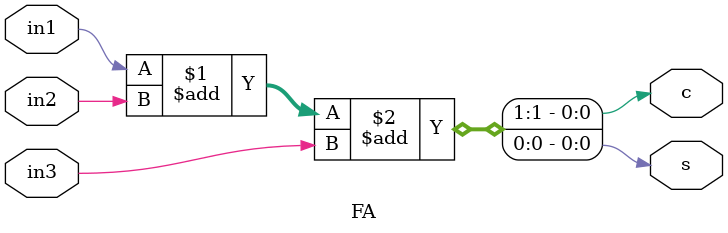
<source format=v>
module FA (
    input  in1,
    input  in2,
    input  in3,
    output s,
    output c
);

  assign {c, s} = in1 + in2 + in3;


endmodule  //FA

</source>
